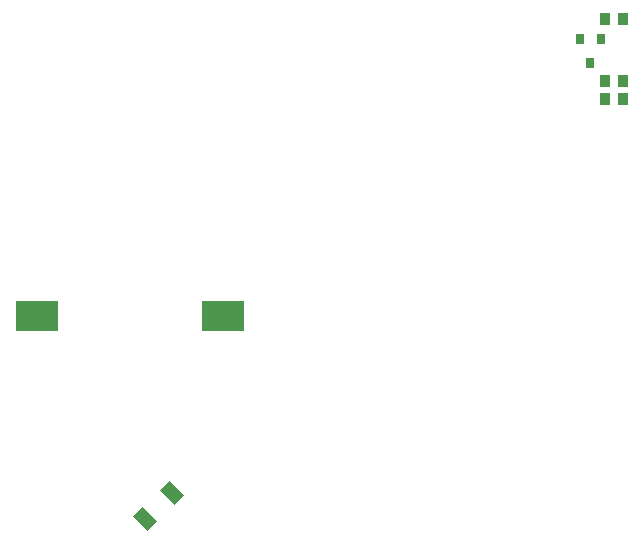
<source format=gbp>
G04*
G04 #@! TF.GenerationSoftware,Altium Limited,Altium Designer,24.5.2 (23)*
G04*
G04 Layer_Color=128*
%FSLAX25Y25*%
%MOIN*%
G70*
G04*
G04 #@! TF.SameCoordinates,843F1F9D-CF68-4CC6-824C-A0058C937974*
G04*
G04*
G04 #@! TF.FilePolarity,Positive*
G04*
G01*
G75*
%ADD18R,0.03701X0.04016*%
G04:AMPARAMS|DCode=107|XSize=66.93mil|YSize=45.28mil|CornerRadius=0mil|HoleSize=0mil|Usage=FLASHONLY|Rotation=315.000|XOffset=0mil|YOffset=0mil|HoleType=Round|Shape=Rectangle|*
%AMROTATEDRECTD107*
4,1,4,-0.03967,0.00766,-0.00766,0.03967,0.03967,-0.00766,0.00766,-0.03967,-0.03967,0.00766,0.0*
%
%ADD107ROTATEDRECTD107*%

%ADD108R,0.03150X0.03543*%
%ADD109R,0.14173X0.10236*%
D18*
X248858Y174213D02*
D03*
X255079D02*
D03*
X248858Y194882D02*
D03*
X255079D02*
D03*
X255079Y168307D02*
D03*
X248858D02*
D03*
D107*
X95714Y28096D02*
D03*
X104483Y36865D02*
D03*
D108*
X240551Y187992D02*
D03*
X247638D02*
D03*
X244094Y180118D02*
D03*
D109*
X121634Y95968D02*
D03*
X59469D02*
D03*
M02*

</source>
